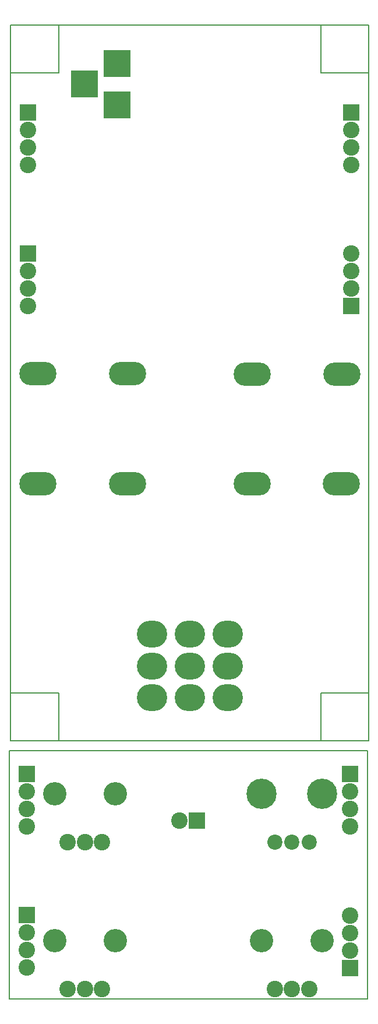
<source format=gbr>
G04 #@! TF.FileFunction,Soldermask,Bot*
%FSLAX46Y46*%
G04 Gerber Fmt 4.6, Leading zero omitted, Abs format (unit mm)*
G04 Created by KiCad (PCBNEW 4.0.7) date 03/28/18 20:32:25*
%MOMM*%
%LPD*%
G01*
G04 APERTURE LIST*
%ADD10C,0.100000*%
%ADD11C,0.150000*%
%ADD12R,2.400000X2.400000*%
%ADD13C,2.400000*%
%ADD14R,3.900000X3.900000*%
%ADD15O,4.400000X3.900000*%
%ADD16C,3.400000*%
%ADD17O,5.400000X3.400000*%
%ADD18C,2.200000*%
%ADD19C,4.400000*%
G04 APERTURE END LIST*
D10*
D11*
X79832200Y-128727200D02*
X79832200Y-128447800D01*
X80340200Y-128727200D02*
X79222600Y-128727200D01*
X124720200Y-130172500D02*
X124364600Y-130172500D01*
X124720200Y-166240500D02*
X124720200Y-130172500D01*
X124339200Y-166240500D02*
X124720200Y-166240500D01*
X72701000Y-130172500D02*
X124517000Y-130172500D01*
X72701000Y-166240500D02*
X72701000Y-130172500D01*
X72701000Y-166240500D02*
X124517000Y-166240500D01*
X117932200Y-121742200D02*
X124917200Y-121742200D01*
X117932200Y-128727200D02*
X117932200Y-121742200D01*
X79832200Y-121742200D02*
X72847200Y-121742200D01*
X79832200Y-128727200D02*
X79832200Y-121742200D01*
X79832200Y-31699200D02*
X72847200Y-31699200D01*
X79832200Y-24714200D02*
X79832200Y-31699200D01*
X117932200Y-31699200D02*
X117932200Y-24714200D01*
X124917200Y-31699200D02*
X117932200Y-31699200D01*
X124917200Y-24714200D02*
X72847200Y-24714200D01*
X124917200Y-128727200D02*
X124917200Y-24714200D01*
X72847200Y-128727200D02*
X124917200Y-128727200D01*
X72847200Y-24714200D02*
X72847200Y-128727200D01*
D12*
X99929800Y-140307100D03*
D13*
X97389800Y-140307100D03*
D14*
X88328500Y-36322000D03*
X88328500Y-30322000D03*
X83628500Y-33322000D03*
D15*
X93407600Y-113256000D03*
X98907600Y-113256000D03*
X104407600Y-113256000D03*
X93407600Y-117856000D03*
X98907600Y-117856000D03*
X104407600Y-117856000D03*
X93407600Y-122456000D03*
X98907600Y-122456000D03*
X104407600Y-122456000D03*
D12*
X75234800Y-154063700D03*
D13*
X75234800Y-156603700D03*
X75234800Y-159143700D03*
X75234800Y-161683700D03*
D12*
X75234800Y-133540500D03*
D13*
X75234800Y-136080500D03*
X75234800Y-138620500D03*
X75234800Y-141160500D03*
D12*
X122199400Y-161709100D03*
D13*
X122199400Y-159169100D03*
X122199400Y-156629100D03*
X122199400Y-154089100D03*
D12*
X122174000Y-133540500D03*
D13*
X122174000Y-136080500D03*
X122174000Y-138620500D03*
X122174000Y-141160500D03*
D12*
X75361800Y-57937400D03*
D13*
X75361800Y-60477400D03*
X75361800Y-63017400D03*
X75361800Y-65557400D03*
D12*
X75374500Y-37401500D03*
D13*
X75374500Y-39941500D03*
X75374500Y-42481500D03*
X75374500Y-45021500D03*
D12*
X122402600Y-65557400D03*
D13*
X122402600Y-63017400D03*
X122402600Y-60477400D03*
X122402600Y-57937400D03*
D12*
X122351800Y-37414200D03*
D13*
X122351800Y-39954200D03*
X122351800Y-42494200D03*
X122351800Y-45034200D03*
X81169500Y-143446500D03*
X83669500Y-143446500D03*
X86169500Y-143446500D03*
D16*
X79269500Y-136446500D03*
X88069500Y-136446500D03*
D13*
X111268500Y-164782500D03*
X113768500Y-164782500D03*
X116268500Y-164782500D03*
D16*
X109368500Y-157782500D03*
X118168500Y-157782500D03*
D13*
X81169500Y-164782500D03*
X83669500Y-164782500D03*
X86169500Y-164782500D03*
D16*
X79269500Y-157782500D03*
X88069500Y-157782500D03*
D17*
X89824700Y-75400900D03*
X89824700Y-91400900D03*
X76824700Y-91400900D03*
X76847700Y-75400900D03*
X107977800Y-91413600D03*
X107977800Y-75413600D03*
X120977800Y-75413600D03*
X120954800Y-91413600D03*
D18*
X111268500Y-143446500D03*
X113768500Y-143446500D03*
X116268500Y-143446500D03*
D19*
X109368500Y-136446500D03*
X118168500Y-136446500D03*
M02*

</source>
